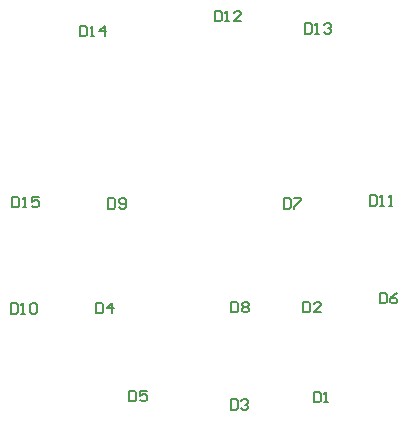
<source format=gto>
G04*
G04 #@! TF.GenerationSoftware,Altium Limited,Altium Designer,21.4.1 (30)*
G04*
G04 Layer_Color=65535*
%FSLAX25Y25*%
%MOIN*%
G70*
G04*
G04 #@! TF.SameCoordinates,C5A25FCA-50C6-4F6C-8C9A-811C773B13C6*
G04*
G04*
G04 #@! TF.FilePolarity,Positive*
G04*
G01*
G75*
%ADD10C,0.00799*%
%ADD11C,0.00799*%
D10*
X333126Y309749D02*
Y306251D01*
X334876D01*
X335459Y306834D01*
Y309166D01*
X334876Y309749D01*
X333126D01*
X336625Y306251D02*
X337792D01*
X337208D01*
Y309749D01*
X336625Y309166D01*
X341874Y309749D02*
X339541D01*
Y308000D01*
X340707Y308583D01*
X341290D01*
X341874Y308000D01*
Y306834D01*
X341290Y306251D01*
X340124D01*
X339541Y306834D01*
X355685Y366749D02*
Y363251D01*
X357435D01*
X358018Y363834D01*
Y366166D01*
X357435Y366749D01*
X355685D01*
X359184Y363251D02*
X360351D01*
X359768D01*
Y366749D01*
X359184Y366166D01*
X363849Y363251D02*
Y366749D01*
X362100Y365000D01*
X364433D01*
X430626Y367647D02*
Y364148D01*
X432376D01*
X432959Y364731D01*
Y367064D01*
X432376Y367647D01*
X430626D01*
X434125Y364148D02*
X435292D01*
X434708D01*
Y367647D01*
X434125Y367064D01*
X437041D02*
X437624Y367647D01*
X438790D01*
X439374Y367064D01*
Y366481D01*
X438790Y365898D01*
X438207D01*
X438790D01*
X439374Y365315D01*
Y364731D01*
X438790Y364148D01*
X437624D01*
X437041Y364731D01*
X400626Y371749D02*
Y368251D01*
X402376D01*
X402959Y368834D01*
Y371166D01*
X402376Y371749D01*
X400626D01*
X404125Y368251D02*
X405292D01*
X404708D01*
Y371749D01*
X404125Y371166D01*
X409374Y368251D02*
X407041D01*
X409374Y370583D01*
Y371166D01*
X408790Y371749D01*
X407624D01*
X407041Y371166D01*
X452210Y310249D02*
Y306751D01*
X453959D01*
X454542Y307334D01*
Y309666D01*
X453959Y310249D01*
X452210D01*
X455708Y306751D02*
X456875D01*
X456292D01*
Y310249D01*
X455708Y309666D01*
X458624Y306751D02*
X459790D01*
X459207D01*
Y310249D01*
X458624Y309666D01*
X365084Y309249D02*
Y305751D01*
X366834D01*
X367417Y306334D01*
Y308666D01*
X366834Y309249D01*
X365084D01*
X368583Y306334D02*
X369166Y305751D01*
X370333D01*
X370916Y306334D01*
Y308666D01*
X370333Y309249D01*
X369166D01*
X368583Y308666D01*
Y308083D01*
X369166Y307500D01*
X370916D01*
X406084Y274749D02*
Y271251D01*
X407834D01*
X408417Y271834D01*
Y274166D01*
X407834Y274749D01*
X406084D01*
X409583Y274166D02*
X410166Y274749D01*
X411333D01*
X411916Y274166D01*
Y273583D01*
X411333Y273000D01*
X411916Y272417D01*
Y271834D01*
X411333Y271251D01*
X410166D01*
X409583Y271834D01*
Y272417D01*
X410166Y273000D01*
X409583Y273583D01*
Y274166D01*
X410166Y273000D02*
X411333D01*
X423584Y309249D02*
Y305751D01*
X425334D01*
X425917Y306334D01*
Y308666D01*
X425334Y309249D01*
X423584D01*
X427083D02*
X429416D01*
Y308666D01*
X427083Y306334D01*
Y305751D01*
X455584Y277749D02*
Y274251D01*
X457334D01*
X457917Y274834D01*
Y277166D01*
X457334Y277749D01*
X455584D01*
X461416D02*
X460249Y277166D01*
X459083Y276000D01*
Y274834D01*
X459666Y274251D01*
X460833D01*
X461416Y274834D01*
Y275417D01*
X460833Y276000D01*
X459083D01*
X372084Y245049D02*
Y241550D01*
X373834D01*
X374417Y242133D01*
Y244465D01*
X373834Y245049D01*
X372084D01*
X377916D02*
X375583D01*
Y243299D01*
X376749Y243882D01*
X377333D01*
X377916Y243299D01*
Y242133D01*
X377333Y241550D01*
X376166D01*
X375583Y242133D01*
X361084Y274352D02*
Y270853D01*
X362834D01*
X363417Y271436D01*
Y273769D01*
X362834Y274352D01*
X361084D01*
X366333Y270853D02*
Y274352D01*
X364583Y272602D01*
X366916D01*
X405891Y242249D02*
Y238751D01*
X407641D01*
X408224Y239334D01*
Y241666D01*
X407641Y242249D01*
X405891D01*
X409390Y241666D02*
X409973Y242249D01*
X411140D01*
X411723Y241666D01*
Y241083D01*
X411140Y240500D01*
X410557D01*
X411140D01*
X411723Y239917D01*
Y239334D01*
X411140Y238751D01*
X409973D01*
X409390Y239334D01*
X430084Y274749D02*
Y271251D01*
X431834D01*
X432417Y271834D01*
Y274166D01*
X431834Y274749D01*
X430084D01*
X435916Y271251D02*
X433583D01*
X435916Y273583D01*
Y274166D01*
X435333Y274749D01*
X434166D01*
X433583Y274166D01*
X433565Y244749D02*
Y241251D01*
X435315D01*
X435898Y241834D01*
Y244166D01*
X435315Y244749D01*
X433565D01*
X437064Y241251D02*
X438230D01*
X437647D01*
Y244749D01*
X437064Y244166D01*
D11*
X332626Y274249D02*
Y270751D01*
X334376D01*
X334959Y271334D01*
Y273666D01*
X334376Y274249D01*
X332626D01*
X336125Y270751D02*
X337292D01*
X336708D01*
Y274249D01*
X336125Y273666D01*
X339041D02*
X339624Y274249D01*
X340790D01*
X341374Y273666D01*
Y271334D01*
X340790Y270751D01*
X339624D01*
X339041Y271334D01*
Y273666D01*
M02*

</source>
